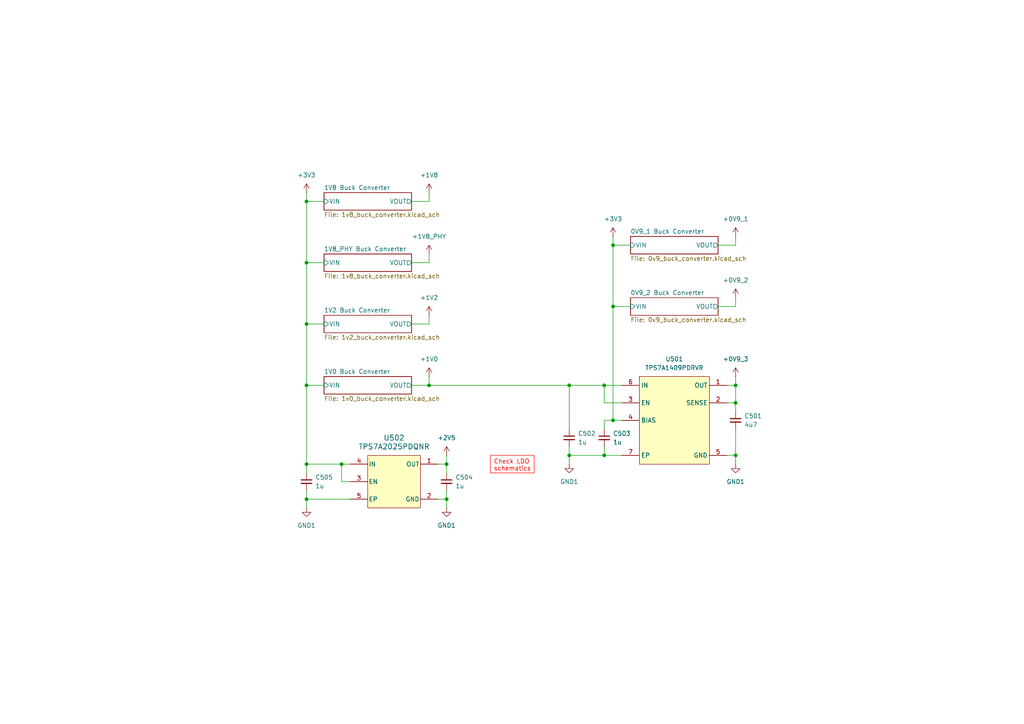
<source format=kicad_sch>
(kicad_sch
	(version 20250114)
	(generator "eeschema")
	(generator_version "9.0")
	(uuid "227f78bc-5afc-4ed8-bff8-b72c955af498")
	(paper "A4")
	(title_block
		(title "Ethernet Power (PHY Side)")
		(comment 4 "1V8 and 1V2 SMPS for ethernet switch and PHYs.")
	)
	(lib_symbols
		(symbol "Device:C_Small"
			(pin_numbers
				(hide yes)
			)
			(pin_names
				(offset 0.254)
				(hide yes)
			)
			(exclude_from_sim no)
			(in_bom yes)
			(on_board yes)
			(property "Reference" "C"
				(at 0.254 1.778 0)
				(effects
					(font
						(size 1.27 1.27)
					)
					(justify left)
				)
			)
			(property "Value" "C_Small"
				(at 0.254 -2.032 0)
				(effects
					(font
						(size 1.27 1.27)
					)
					(justify left)
				)
			)
			(property "Footprint" ""
				(at 0 0 0)
				(effects
					(font
						(size 1.27 1.27)
					)
					(hide yes)
				)
			)
			(property "Datasheet" "~"
				(at 0 0 0)
				(effects
					(font
						(size 1.27 1.27)
					)
					(hide yes)
				)
			)
			(property "Description" "Unpolarized capacitor, small symbol"
				(at 0 0 0)
				(effects
					(font
						(size 1.27 1.27)
					)
					(hide yes)
				)
			)
			(property "ki_keywords" "capacitor cap"
				(at 0 0 0)
				(effects
					(font
						(size 1.27 1.27)
					)
					(hide yes)
				)
			)
			(property "ki_fp_filters" "C_*"
				(at 0 0 0)
				(effects
					(font
						(size 1.27 1.27)
					)
					(hide yes)
				)
			)
			(symbol "C_Small_0_1"
				(polyline
					(pts
						(xy -1.524 0.508) (xy 1.524 0.508)
					)
					(stroke
						(width 0.3048)
						(type default)
					)
					(fill
						(type none)
					)
				)
				(polyline
					(pts
						(xy -1.524 -0.508) (xy 1.524 -0.508)
					)
					(stroke
						(width 0.3302)
						(type default)
					)
					(fill
						(type none)
					)
				)
			)
			(symbol "C_Small_1_1"
				(pin passive line
					(at 0 2.54 270)
					(length 2.032)
					(name "~"
						(effects
							(font
								(size 1.27 1.27)
							)
						)
					)
					(number "1"
						(effects
							(font
								(size 1.27 1.27)
							)
						)
					)
				)
				(pin passive line
					(at 0 -2.54 90)
					(length 2.032)
					(name "~"
						(effects
							(font
								(size 1.27 1.27)
							)
						)
					)
					(number "2"
						(effects
							(font
								(size 1.27 1.27)
							)
						)
					)
				)
			)
			(embedded_fonts no)
		)
		(symbol "PWR-LDO:TPS7A1409PDRVR"
			(exclude_from_sim no)
			(in_bom yes)
			(on_board yes)
			(property "Reference" "U"
				(at 0 5.08 0)
				(effects
					(font
						(size 1.27 1.27)
					)
				)
			)
			(property "Value" "TPS7A1409PDRVR"
				(at 0 2.54 0)
				(effects
					(font
						(size 1.27 1.27)
					)
				)
			)
			(property "Footprint" "project_footprints:SON65P200X200X80-7N"
				(at 26.67 -94.92 0)
				(effects
					(font
						(size 1.27 1.27)
					)
					(justify left top)
					(hide yes)
				)
			)
			(property "Datasheet" "https://www.ti.com/lit/ds/symlink/tps7a14.pdf"
				(at 26.67 -194.92 0)
				(effects
					(font
						(size 1.27 1.27)
					)
					(justify left top)
					(hide yes)
				)
			)
			(property "Description" ""
				(at 0 -27.94 0)
				(effects
					(font
						(size 1.27 1.27)
					)
					(hide yes)
				)
			)
			(property "Height" "0.8"
				(at 26.67 -394.92 0)
				(effects
					(font
						(size 1.27 1.27)
					)
					(justify left top)
					(hide yes)
				)
			)
			(symbol "TPS7A1409PDRVR_1_0"
				(pin input line
					(at 15.24 -7.62 180)
					(length 5.08)
					(name "SENSE"
						(effects
							(font
								(size 1.27 1.27)
							)
						)
					)
					(number "2"
						(effects
							(font
								(size 1.27 1.27)
							)
						)
					)
				)
			)
			(symbol "TPS7A1409PDRVR_1_1"
				(rectangle
					(start -10.16 0)
					(end 10.16 -25.4)
					(stroke
						(width 0)
						(type solid)
					)
					(fill
						(type background)
					)
				)
				(pin power_in line
					(at -15.24 -2.54 0)
					(length 5.08)
					(name "IN"
						(effects
							(font
								(size 1.27 1.27)
							)
						)
					)
					(number "6"
						(effects
							(font
								(size 1.27 1.27)
							)
						)
					)
				)
				(pin input line
					(at -15.24 -7.62 0)
					(length 5.08)
					(name "EN"
						(effects
							(font
								(size 1.27 1.27)
							)
						)
					)
					(number "3"
						(effects
							(font
								(size 1.27 1.27)
							)
						)
					)
				)
				(pin passive line
					(at -15.24 -12.7 0)
					(length 5.08)
					(name "BIAS"
						(effects
							(font
								(size 1.27 1.27)
							)
						)
					)
					(number "4"
						(effects
							(font
								(size 1.27 1.27)
							)
						)
					)
				)
				(pin passive line
					(at -15.24 -22.86 0)
					(length 5.08)
					(name "EP"
						(effects
							(font
								(size 1.27 1.27)
							)
						)
					)
					(number "7"
						(effects
							(font
								(size 1.27 1.27)
							)
						)
					)
				)
				(pin power_out line
					(at 15.24 -2.54 180)
					(length 5.08)
					(name "OUT"
						(effects
							(font
								(size 1.27 1.27)
							)
						)
					)
					(number "1"
						(effects
							(font
								(size 1.27 1.27)
							)
						)
					)
				)
				(pin passive line
					(at 15.24 -22.86 180)
					(length 5.08)
					(name "GND"
						(effects
							(font
								(size 1.27 1.27)
							)
						)
					)
					(number "5"
						(effects
							(font
								(size 1.27 1.27)
							)
						)
					)
				)
			)
			(embedded_fonts no)
		)
		(symbol "PWR-LDO:TPS7A2025PDQNR"
			(pin_names
				(offset 0.254)
			)
			(exclude_from_sim no)
			(in_bom yes)
			(on_board yes)
			(property "Reference" "U"
				(at 0 5.08 0)
				(effects
					(font
						(size 1.524 1.524)
					)
				)
			)
			(property "Value" "TPS7A2025PDQNR"
				(at 0 2.54 0)
				(effects
					(font
						(size 1.524 1.524)
					)
				)
			)
			(property "Footprint" "project_footprints:DQN0004A-MFG"
				(at 0 -17.78 0)
				(effects
					(font
						(size 1.27 1.27)
						(italic yes)
					)
					(hide yes)
				)
			)
			(property "Datasheet" "https://www.ti.com/lit/gpn/tps7a20"
				(at 0 -20.32 0)
				(effects
					(font
						(size 1.27 1.27)
						(italic yes)
					)
					(hide yes)
				)
			)
			(property "Description" ""
				(at 0 0 0)
				(effects
					(font
						(size 1.27 1.27)
					)
					(hide yes)
				)
			)
			(property "ki_keywords" "TPS7A2025PDQNR"
				(at 0 0 0)
				(effects
					(font
						(size 1.27 1.27)
					)
					(hide yes)
				)
			)
			(property "ki_fp_filters" "DQN0004A-MFG"
				(at 0 0 0)
				(effects
					(font
						(size 1.27 1.27)
					)
					(hide yes)
				)
			)
			(symbol "TPS7A2025PDQNR_0_1"
				(pin power_in line
					(at -12.7 -2.54 0)
					(length 5.08)
					(name "IN"
						(effects
							(font
								(size 1.27 1.27)
							)
						)
					)
					(number "4"
						(effects
							(font
								(size 1.27 1.27)
							)
						)
					)
				)
				(pin input line
					(at -12.7 -7.62 0)
					(length 5.08)
					(name "EN"
						(effects
							(font
								(size 1.27 1.27)
							)
						)
					)
					(number "3"
						(effects
							(font
								(size 1.27 1.27)
							)
						)
					)
				)
				(pin power_in line
					(at 12.7 -12.7 180)
					(length 5.08)
					(name "GND"
						(effects
							(font
								(size 1.27 1.27)
							)
						)
					)
					(number "2"
						(effects
							(font
								(size 1.27 1.27)
							)
						)
					)
				)
			)
			(symbol "TPS7A2025PDQNR_1_1"
				(rectangle
					(start -7.62 0)
					(end 7.62 -15.24)
					(stroke
						(width 0)
						(type solid)
					)
					(fill
						(type background)
					)
				)
				(pin unspecified line
					(at -12.7 -12.7 0)
					(length 5.08)
					(name "EP"
						(effects
							(font
								(size 1.27 1.27)
							)
						)
					)
					(number "5"
						(effects
							(font
								(size 1.27 1.27)
							)
						)
					)
				)
				(pin power_out line
					(at 12.7 -2.54 180)
					(length 5.08)
					(name "OUT"
						(effects
							(font
								(size 1.27 1.27)
							)
						)
					)
					(number "1"
						(effects
							(font
								(size 1.27 1.27)
							)
						)
					)
				)
			)
			(embedded_fonts no)
		)
		(symbol "PWR-SYM:+0V9_1"
			(power)
			(pin_numbers
				(hide yes)
			)
			(pin_names
				(offset 0)
				(hide yes)
			)
			(exclude_from_sim no)
			(in_bom yes)
			(on_board yes)
			(property "Reference" "#PWR"
				(at 0 -3.81 0)
				(effects
					(font
						(size 1.27 1.27)
					)
					(hide yes)
				)
			)
			(property "Value" "+0V9_1"
				(at 0 3.556 0)
				(effects
					(font
						(size 1.27 1.27)
					)
				)
			)
			(property "Footprint" ""
				(at 0 0 0)
				(effects
					(font
						(size 1.27 1.27)
					)
					(hide yes)
				)
			)
			(property "Datasheet" ""
				(at 0 0 0)
				(effects
					(font
						(size 1.27 1.27)
					)
					(hide yes)
				)
			)
			(property "Description" "Power symbol creates a global label with name \"+0V9_1\""
				(at 0 0 0)
				(effects
					(font
						(size 1.27 1.27)
					)
					(hide yes)
				)
			)
			(property "ki_keywords" "global power"
				(at 0 0 0)
				(effects
					(font
						(size 1.27 1.27)
					)
					(hide yes)
				)
			)
			(symbol "+0V9_1_0_1"
				(polyline
					(pts
						(xy -0.762 1.27) (xy 0 2.54)
					)
					(stroke
						(width 0)
						(type default)
					)
					(fill
						(type none)
					)
				)
				(polyline
					(pts
						(xy 0 2.54) (xy 0.762 1.27)
					)
					(stroke
						(width 0)
						(type default)
					)
					(fill
						(type none)
					)
				)
				(polyline
					(pts
						(xy 0 0) (xy 0 2.54)
					)
					(stroke
						(width 0)
						(type default)
					)
					(fill
						(type none)
					)
				)
			)
			(symbol "+0V9_1_1_1"
				(pin power_in line
					(at 0 0 90)
					(length 0)
					(name "~"
						(effects
							(font
								(size 1.27 1.27)
							)
						)
					)
					(number "1"
						(effects
							(font
								(size 1.27 1.27)
							)
						)
					)
				)
			)
			(embedded_fonts no)
		)
		(symbol "PWR-SYM:+0V9_2"
			(power)
			(pin_numbers
				(hide yes)
			)
			(pin_names
				(offset 0)
				(hide yes)
			)
			(exclude_from_sim no)
			(in_bom yes)
			(on_board yes)
			(property "Reference" "#PWR"
				(at 0 -3.81 0)
				(effects
					(font
						(size 1.27 1.27)
					)
					(hide yes)
				)
			)
			(property "Value" "+0V9_2"
				(at 0 3.556 0)
				(effects
					(font
						(size 1.27 1.27)
					)
				)
			)
			(property "Footprint" ""
				(at 0 0 0)
				(effects
					(font
						(size 1.27 1.27)
					)
					(hide yes)
				)
			)
			(property "Datasheet" ""
				(at 0 0 0)
				(effects
					(font
						(size 1.27 1.27)
					)
					(hide yes)
				)
			)
			(property "Description" "Power symbol creates a global label with name \"+0V9_2\""
				(at 0 0 0)
				(effects
					(font
						(size 1.27 1.27)
					)
					(hide yes)
				)
			)
			(property "ki_keywords" "global power"
				(at 0 0 0)
				(effects
					(font
						(size 1.27 1.27)
					)
					(hide yes)
				)
			)
			(symbol "+0V9_2_0_1"
				(polyline
					(pts
						(xy -0.762 1.27) (xy 0 2.54)
					)
					(stroke
						(width 0)
						(type default)
					)
					(fill
						(type none)
					)
				)
				(polyline
					(pts
						(xy 0 2.54) (xy 0.762 1.27)
					)
					(stroke
						(width 0)
						(type default)
					)
					(fill
						(type none)
					)
				)
				(polyline
					(pts
						(xy 0 0) (xy 0 2.54)
					)
					(stroke
						(width 0)
						(type default)
					)
					(fill
						(type none)
					)
				)
			)
			(symbol "+0V9_2_1_1"
				(pin power_in line
					(at 0 0 90)
					(length 0)
					(name "~"
						(effects
							(font
								(size 1.27 1.27)
							)
						)
					)
					(number "1"
						(effects
							(font
								(size 1.27 1.27)
							)
						)
					)
				)
			)
			(embedded_fonts no)
		)
		(symbol "PWR-SYM:+0V9_3"
			(power)
			(pin_numbers
				(hide yes)
			)
			(pin_names
				(offset 0)
				(hide yes)
			)
			(exclude_from_sim no)
			(in_bom yes)
			(on_board yes)
			(property "Reference" "#PWR"
				(at 0 -3.81 0)
				(effects
					(font
						(size 1.27 1.27)
					)
					(hide yes)
				)
			)
			(property "Value" "+0V9_3"
				(at 0 3.556 0)
				(effects
					(font
						(size 1.27 1.27)
					)
				)
			)
			(property "Footprint" ""
				(at 0 0 0)
				(effects
					(font
						(size 1.27 1.27)
					)
					(hide yes)
				)
			)
			(property "Datasheet" ""
				(at 0 0 0)
				(effects
					(font
						(size 1.27 1.27)
					)
					(hide yes)
				)
			)
			(property "Description" "Power symbol creates a global label with name \"+0V9_3\""
				(at 0 0 0)
				(effects
					(font
						(size 1.27 1.27)
					)
					(hide yes)
				)
			)
			(property "ki_keywords" "global power"
				(at 0 0 0)
				(effects
					(font
						(size 1.27 1.27)
					)
					(hide yes)
				)
			)
			(symbol "+0V9_3_0_1"
				(polyline
					(pts
						(xy -0.762 1.27) (xy 0 2.54)
					)
					(stroke
						(width 0)
						(type default)
					)
					(fill
						(type none)
					)
				)
				(polyline
					(pts
						(xy 0 2.54) (xy 0.762 1.27)
					)
					(stroke
						(width 0)
						(type default)
					)
					(fill
						(type none)
					)
				)
				(polyline
					(pts
						(xy 0 0) (xy 0 2.54)
					)
					(stroke
						(width 0)
						(type default)
					)
					(fill
						(type none)
					)
				)
			)
			(symbol "+0V9_3_1_1"
				(pin power_in line
					(at 0 0 90)
					(length 0)
					(name "~"
						(effects
							(font
								(size 1.27 1.27)
							)
						)
					)
					(number "1"
						(effects
							(font
								(size 1.27 1.27)
							)
						)
					)
				)
			)
			(embedded_fonts no)
		)
		(symbol "PWR-SYM:+1V8_PHY"
			(power)
			(pin_numbers
				(hide yes)
			)
			(pin_names
				(offset 0)
				(hide yes)
			)
			(exclude_from_sim no)
			(in_bom yes)
			(on_board yes)
			(property "Reference" "#PWR"
				(at 0 -3.81 0)
				(effects
					(font
						(size 1.27 1.27)
					)
					(hide yes)
				)
			)
			(property "Value" "+1V8_PHY"
				(at 0 3.556 0)
				(effects
					(font
						(size 1.27 1.27)
					)
				)
			)
			(property "Footprint" ""
				(at 0 0 0)
				(effects
					(font
						(size 1.27 1.27)
					)
					(hide yes)
				)
			)
			(property "Datasheet" ""
				(at 0 0 0)
				(effects
					(font
						(size 1.27 1.27)
					)
					(hide yes)
				)
			)
			(property "Description" "Power symbol creates a global label with name \"+1V8_PHY\""
				(at 0 0 0)
				(effects
					(font
						(size 1.27 1.27)
					)
					(hide yes)
				)
			)
			(property "ki_keywords" "global power"
				(at 0 0 0)
				(effects
					(font
						(size 1.27 1.27)
					)
					(hide yes)
				)
			)
			(symbol "+1V8_PHY_0_1"
				(polyline
					(pts
						(xy -0.762 1.27) (xy 0 2.54)
					)
					(stroke
						(width 0)
						(type default)
					)
					(fill
						(type none)
					)
				)
				(polyline
					(pts
						(xy 0 2.54) (xy 0.762 1.27)
					)
					(stroke
						(width 0)
						(type default)
					)
					(fill
						(type none)
					)
				)
				(polyline
					(pts
						(xy 0 0) (xy 0 2.54)
					)
					(stroke
						(width 0)
						(type default)
					)
					(fill
						(type none)
					)
				)
			)
			(symbol "+1V8_PHY_1_1"
				(pin power_in line
					(at 0 0 90)
					(length 0)
					(name "~"
						(effects
							(font
								(size 1.27 1.27)
							)
						)
					)
					(number "1"
						(effects
							(font
								(size 1.27 1.27)
							)
						)
					)
				)
			)
			(embedded_fonts no)
		)
		(symbol "power:+1V0"
			(power)
			(pin_numbers
				(hide yes)
			)
			(pin_names
				(offset 0)
				(hide yes)
			)
			(exclude_from_sim no)
			(in_bom yes)
			(on_board yes)
			(property "Reference" "#PWR"
				(at 0 -3.81 0)
				(effects
					(font
						(size 1.27 1.27)
					)
					(hide yes)
				)
			)
			(property "Value" "+1V0"
				(at 0 3.556 0)
				(effects
					(font
						(size 1.27 1.27)
					)
				)
			)
			(property "Footprint" ""
				(at 0 0 0)
				(effects
					(font
						(size 1.27 1.27)
					)
					(hide yes)
				)
			)
			(property "Datasheet" ""
				(at 0 0 0)
				(effects
					(font
						(size 1.27 1.27)
					)
					(hide yes)
				)
			)
			(property "Description" "Power symbol creates a global label with name \"+1V0\""
				(at 0 0 0)
				(effects
					(font
						(size 1.27 1.27)
					)
					(hide yes)
				)
			)
			(property "ki_keywords" "global power"
				(at 0 0 0)
				(effects
					(font
						(size 1.27 1.27)
					)
					(hide yes)
				)
			)
			(symbol "+1V0_0_1"
				(polyline
					(pts
						(xy -0.762 1.27) (xy 0 2.54)
					)
					(stroke
						(width 0)
						(type default)
					)
					(fill
						(type none)
					)
				)
				(polyline
					(pts
						(xy 0 2.54) (xy 0.762 1.27)
					)
					(stroke
						(width 0)
						(type default)
					)
					(fill
						(type none)
					)
				)
				(polyline
					(pts
						(xy 0 0) (xy 0 2.54)
					)
					(stroke
						(width 0)
						(type default)
					)
					(fill
						(type none)
					)
				)
			)
			(symbol "+1V0_1_1"
				(pin power_in line
					(at 0 0 90)
					(length 0)
					(name "~"
						(effects
							(font
								(size 1.27 1.27)
							)
						)
					)
					(number "1"
						(effects
							(font
								(size 1.27 1.27)
							)
						)
					)
				)
			)
			(embedded_fonts no)
		)
		(symbol "power:+1V2"
			(power)
			(pin_numbers
				(hide yes)
			)
			(pin_names
				(offset 0)
				(hide yes)
			)
			(exclude_from_sim no)
			(in_bom yes)
			(on_board yes)
			(property "Reference" "#PWR"
				(at 0 -3.81 0)
				(effects
					(font
						(size 1.27 1.27)
					)
					(hide yes)
				)
			)
			(property "Value" "+1V2"
				(at 0 3.556 0)
				(effects
					(font
						(size 1.27 1.27)
					)
				)
			)
			(property "Footprint" ""
				(at 0 0 0)
				(effects
					(font
						(size 1.27 1.27)
					)
					(hide yes)
				)
			)
			(property "Datasheet" ""
				(at 0 0 0)
				(effects
					(font
						(size 1.27 1.27)
					)
					(hide yes)
				)
			)
			(property "Description" "Power symbol creates a global label with name \"+1V2\""
				(at 0 0 0)
				(effects
					(font
						(size 1.27 1.27)
					)
					(hide yes)
				)
			)
			(property "ki_keywords" "global power"
				(at 0 0 0)
				(effects
					(font
						(size 1.27 1.27)
					)
					(hide yes)
				)
			)
			(symbol "+1V2_0_1"
				(polyline
					(pts
						(xy -0.762 1.27) (xy 0 2.54)
					)
					(stroke
						(width 0)
						(type default)
					)
					(fill
						(type none)
					)
				)
				(polyline
					(pts
						(xy 0 2.54) (xy 0.762 1.27)
					)
					(stroke
						(width 0)
						(type default)
					)
					(fill
						(type none)
					)
				)
				(polyline
					(pts
						(xy 0 0) (xy 0 2.54)
					)
					(stroke
						(width 0)
						(type default)
					)
					(fill
						(type none)
					)
				)
			)
			(symbol "+1V2_1_1"
				(pin power_in line
					(at 0 0 90)
					(length 0)
					(name "~"
						(effects
							(font
								(size 1.27 1.27)
							)
						)
					)
					(number "1"
						(effects
							(font
								(size 1.27 1.27)
							)
						)
					)
				)
			)
			(embedded_fonts no)
		)
		(symbol "power:+1V8"
			(power)
			(pin_numbers
				(hide yes)
			)
			(pin_names
				(offset 0)
				(hide yes)
			)
			(exclude_from_sim no)
			(in_bom yes)
			(on_board yes)
			(property "Reference" "#PWR"
				(at 0 -3.81 0)
				(effects
					(font
						(size 1.27 1.27)
					)
					(hide yes)
				)
			)
			(property "Value" "+1V8"
				(at 0 3.556 0)
				(effects
					(font
						(size 1.27 1.27)
					)
				)
			)
			(property "Footprint" ""
				(at 0 0 0)
				(effects
					(font
						(size 1.27 1.27)
					)
					(hide yes)
				)
			)
			(property "Datasheet" ""
				(at 0 0 0)
				(effects
					(font
						(size 1.27 1.27)
					)
					(hide yes)
				)
			)
			(property "Description" "Power symbol creates a global label with name \"+1V8\""
				(at 0 0 0)
				(effects
					(font
						(size 1.27 1.27)
					)
					(hide yes)
				)
			)
			(property "ki_keywords" "global power"
				(at 0 0 0)
				(effects
					(font
						(size 1.27 1.27)
					)
					(hide yes)
				)
			)
			(symbol "+1V8_0_1"
				(polyline
					(pts
						(xy -0.762 1.27) (xy 0 2.54)
					)
					(stroke
						(width 0)
						(type default)
					)
					(fill
						(type none)
					)
				)
				(polyline
					(pts
						(xy 0 2.54) (xy 0.762 1.27)
					)
					(stroke
						(width 0)
						(type default)
					)
					(fill
						(type none)
					)
				)
				(polyline
					(pts
						(xy 0 0) (xy 0 2.54)
					)
					(stroke
						(width 0)
						(type default)
					)
					(fill
						(type none)
					)
				)
			)
			(symbol "+1V8_1_1"
				(pin power_in line
					(at 0 0 90)
					(length 0)
					(name "~"
						(effects
							(font
								(size 1.27 1.27)
							)
						)
					)
					(number "1"
						(effects
							(font
								(size 1.27 1.27)
							)
						)
					)
				)
			)
			(embedded_fonts no)
		)
		(symbol "power:+2V5"
			(power)
			(pin_numbers
				(hide yes)
			)
			(pin_names
				(offset 0)
				(hide yes)
			)
			(exclude_from_sim no)
			(in_bom yes)
			(on_board yes)
			(property "Reference" "#PWR"
				(at 0 -3.81 0)
				(effects
					(font
						(size 1.27 1.27)
					)
					(hide yes)
				)
			)
			(property "Value" "+2V5"
				(at 0 3.556 0)
				(effects
					(font
						(size 1.27 1.27)
					)
				)
			)
			(property "Footprint" ""
				(at 0 0 0)
				(effects
					(font
						(size 1.27 1.27)
					)
					(hide yes)
				)
			)
			(property "Datasheet" ""
				(at 0 0 0)
				(effects
					(font
						(size 1.27 1.27)
					)
					(hide yes)
				)
			)
			(property "Description" "Power symbol creates a global label with name \"+2V5\""
				(at 0 0 0)
				(effects
					(font
						(size 1.27 1.27)
					)
					(hide yes)
				)
			)
			(property "ki_keywords" "global power"
				(at 0 0 0)
				(effects
					(font
						(size 1.27 1.27)
					)
					(hide yes)
				)
			)
			(symbol "+2V5_0_1"
				(polyline
					(pts
						(xy -0.762 1.27) (xy 0 2.54)
					)
					(stroke
						(width 0)
						(type default)
					)
					(fill
						(type none)
					)
				)
				(polyline
					(pts
						(xy 0 2.54) (xy 0.762 1.27)
					)
					(stroke
						(width 0)
						(type default)
					)
					(fill
						(type none)
					)
				)
				(polyline
					(pts
						(xy 0 0) (xy 0 2.54)
					)
					(stroke
						(width 0)
						(type default)
					)
					(fill
						(type none)
					)
				)
			)
			(symbol "+2V5_1_1"
				(pin power_in line
					(at 0 0 90)
					(length 0)
					(name "~"
						(effects
							(font
								(size 1.27 1.27)
							)
						)
					)
					(number "1"
						(effects
							(font
								(size 1.27 1.27)
							)
						)
					)
				)
			)
			(embedded_fonts no)
		)
		(symbol "power:+3V3"
			(power)
			(pin_numbers
				(hide yes)
			)
			(pin_names
				(offset 0)
				(hide yes)
			)
			(exclude_from_sim no)
			(in_bom yes)
			(on_board yes)
			(property "Reference" "#PWR"
				(at 0 -3.81 0)
				(effects
					(font
						(size 1.27 1.27)
					)
					(hide yes)
				)
			)
			(property "Value" "+3V3"
				(at 0 3.556 0)
				(effects
					(font
						(size 1.27 1.27)
					)
				)
			)
			(property "Footprint" ""
				(at 0 0 0)
				(effects
					(font
						(size 1.27 1.27)
					)
					(hide yes)
				)
			)
			(property "Datasheet" ""
				(at 0 0 0)
				(effects
					(font
						(size 1.27 1.27)
					)
					(hide yes)
				)
			)
			(property "Description" "Power symbol creates a global label with name \"+3V3\""
				(at 0 0 0)
				(effects
					(font
						(size 1.27 1.27)
					)
					(hide yes)
				)
			)
			(property "ki_keywords" "global power"
				(at 0 0 0)
				(effects
					(font
						(size 1.27 1.27)
					)
					(hide yes)
				)
			)
			(symbol "+3V3_0_1"
				(polyline
					(pts
						(xy -0.762 1.27) (xy 0 2.54)
					)
					(stroke
						(width 0)
						(type default)
					)
					(fill
						(type none)
					)
				)
				(polyline
					(pts
						(xy 0 2.54) (xy 0.762 1.27)
					)
					(stroke
						(width 0)
						(type default)
					)
					(fill
						(type none)
					)
				)
				(polyline
					(pts
						(xy 0 0) (xy 0 2.54)
					)
					(stroke
						(width 0)
						(type default)
					)
					(fill
						(type none)
					)
				)
			)
			(symbol "+3V3_1_1"
				(pin power_in line
					(at 0 0 90)
					(length 0)
					(name "~"
						(effects
							(font
								(size 1.27 1.27)
							)
						)
					)
					(number "1"
						(effects
							(font
								(size 1.27 1.27)
							)
						)
					)
				)
			)
			(embedded_fonts no)
		)
		(symbol "power:GND1"
			(power)
			(pin_numbers
				(hide yes)
			)
			(pin_names
				(offset 0)
				(hide yes)
			)
			(exclude_from_sim no)
			(in_bom yes)
			(on_board yes)
			(property "Reference" "#PWR"
				(at 0 -6.35 0)
				(effects
					(font
						(size 1.27 1.27)
					)
					(hide yes)
				)
			)
			(property "Value" "GND1"
				(at 0 -3.81 0)
				(effects
					(font
						(size 1.27 1.27)
					)
				)
			)
			(property "Footprint" ""
				(at 0 0 0)
				(effects
					(font
						(size 1.27 1.27)
					)
					(hide yes)
				)
			)
			(property "Datasheet" ""
				(at 0 0 0)
				(effects
					(font
						(size 1.27 1.27)
					)
					(hide yes)
				)
			)
			(property "Description" "Power symbol creates a global label with name \"GND1\" , ground"
				(at 0 0 0)
				(effects
					(font
						(size 1.27 1.27)
					)
					(hide yes)
				)
			)
			(property "ki_keywords" "global power"
				(at 0 0 0)
				(effects
					(font
						(size 1.27 1.27)
					)
					(hide yes)
				)
			)
			(symbol "GND1_0_1"
				(polyline
					(pts
						(xy 0 0) (xy 0 -1.27) (xy 1.27 -1.27) (xy 0 -2.54) (xy -1.27 -1.27) (xy 0 -1.27)
					)
					(stroke
						(width 0)
						(type default)
					)
					(fill
						(type none)
					)
				)
			)
			(symbol "GND1_1_1"
				(pin power_in line
					(at 0 0 270)
					(length 0)
					(name "~"
						(effects
							(font
								(size 1.27 1.27)
							)
						)
					)
					(number "1"
						(effects
							(font
								(size 1.27 1.27)
							)
						)
					)
				)
			)
			(embedded_fonts no)
		)
	)
	(text_box "Check LDO schematics"
		(exclude_from_sim no)
		(at 142.24 132.08 0)
		(size 12.7 5.08)
		(margins 0.9525 0.9525 0.9525 0.9525)
		(stroke
			(width 0)
			(type solid)
			(color 255 0 0 1)
		)
		(fill
			(type none)
		)
		(effects
			(font
				(size 1.27 1.27)
				(color 255 0 0 1)
			)
			(justify left top)
		)
		(uuid "871d842e-2b06-41ac-95cf-7379af612bc6")
	)
	(junction
		(at 175.26 132.08)
		(diameter 0)
		(color 0 0 0 0)
		(uuid "05ba18e2-67a2-4b5b-a1b3-65b7df51c706")
	)
	(junction
		(at 88.9 76.2)
		(diameter 0)
		(color 0 0 0 0)
		(uuid "06232d14-7532-421a-9182-1483e7362aa9")
	)
	(junction
		(at 88.9 134.62)
		(diameter 0)
		(color 0 0 0 0)
		(uuid "0b5f3f4e-ef62-4bfe-a523-831f61bfb340")
	)
	(junction
		(at 213.36 116.84)
		(diameter 0)
		(color 0 0 0 0)
		(uuid "1a90b761-ee44-4adb-bc7e-7a61d1b15f61")
	)
	(junction
		(at 88.9 144.78)
		(diameter 0)
		(color 0 0 0 0)
		(uuid "23603cb3-67ed-4bd0-9043-ad494234de58")
	)
	(junction
		(at 213.36 111.76)
		(diameter 0)
		(color 0 0 0 0)
		(uuid "2a67a4d8-b1d0-4ecf-ba7b-97ab8953e11d")
	)
	(junction
		(at 165.1 132.08)
		(diameter 0)
		(color 0 0 0 0)
		(uuid "2ce4f67d-3d3c-43ef-ba48-fcf9e8265b9b")
	)
	(junction
		(at 88.9 111.76)
		(diameter 0)
		(color 0 0 0 0)
		(uuid "59e1151a-b543-4aa7-943e-e81f66e9a8b7")
	)
	(junction
		(at 124.46 111.76)
		(diameter 0)
		(color 0 0 0 0)
		(uuid "5c138f04-14ed-4f26-bd9b-04fb16ccad20")
	)
	(junction
		(at 213.36 132.08)
		(diameter 0)
		(color 0 0 0 0)
		(uuid "661cf6f3-78ce-4572-9eb1-61d2eee8e75b")
	)
	(junction
		(at 88.9 58.42)
		(diameter 0)
		(color 0 0 0 0)
		(uuid "7ee0a0ae-3ce7-429d-a7ac-968e922c3999")
	)
	(junction
		(at 99.06 134.62)
		(diameter 0)
		(color 0 0 0 0)
		(uuid "8df76311-ef1a-4c1e-995e-7b6a56597134")
	)
	(junction
		(at 177.8 88.9)
		(diameter 0)
		(color 0 0 0 0)
		(uuid "947bf26b-9e20-486b-8704-b3b35f7df273")
	)
	(junction
		(at 177.8 121.92)
		(diameter 0)
		(color 0 0 0 0)
		(uuid "b8d9e48b-0227-4687-92a9-15b96763c378")
	)
	(junction
		(at 177.8 71.12)
		(diameter 0)
		(color 0 0 0 0)
		(uuid "ca2d9b0f-4569-4541-9f14-6ab04154a276")
	)
	(junction
		(at 165.1 111.76)
		(diameter 0)
		(color 0 0 0 0)
		(uuid "e593c6e5-9f5d-4880-8c7e-1f0ec134e176")
	)
	(junction
		(at 88.9 93.98)
		(diameter 0)
		(color 0 0 0 0)
		(uuid "ebfd987e-0f6e-44af-a1a2-968aed250cf9")
	)
	(junction
		(at 129.54 144.78)
		(diameter 0)
		(color 0 0 0 0)
		(uuid "f51fda18-eb2d-4905-bf18-3e0e26bc7502")
	)
	(junction
		(at 129.54 134.62)
		(diameter 0)
		(color 0 0 0 0)
		(uuid "fbfe104c-9ffe-4a68-8095-919b14b780e7")
	)
	(junction
		(at 175.26 111.76)
		(diameter 0)
		(color 0 0 0 0)
		(uuid "ffa907e9-2e65-42a7-9067-03b0444d5b3f")
	)
	(wire
		(pts
			(xy 99.06 139.7) (xy 99.06 134.62)
		)
		(stroke
			(width 0)
			(type default)
		)
		(uuid "07816a1c-e292-4e59-82ea-b58ab2be0fdb")
	)
	(wire
		(pts
			(xy 119.38 93.98) (xy 124.46 93.98)
		)
		(stroke
			(width 0)
			(type default)
		)
		(uuid "08977406-fe81-44c2-8fb8-ca4d4b52d333")
	)
	(wire
		(pts
			(xy 210.82 111.76) (xy 213.36 111.76)
		)
		(stroke
			(width 0)
			(type default)
		)
		(uuid "0ae92e28-c61b-4677-b6fb-05cb3e853be5")
	)
	(wire
		(pts
			(xy 124.46 111.76) (xy 165.1 111.76)
		)
		(stroke
			(width 0)
			(type default)
		)
		(uuid "0c83980e-546d-4107-9a49-57554110339c")
	)
	(wire
		(pts
			(xy 213.36 116.84) (xy 213.36 119.38)
		)
		(stroke
			(width 0)
			(type default)
		)
		(uuid "121ed3f3-622a-4481-a113-bf7483092ff7")
	)
	(wire
		(pts
			(xy 213.36 111.76) (xy 213.36 116.84)
		)
		(stroke
			(width 0)
			(type default)
		)
		(uuid "16cb3a34-9d20-4567-be9d-1c10e28f3449")
	)
	(wire
		(pts
			(xy 88.9 144.78) (xy 88.9 142.24)
		)
		(stroke
			(width 0)
			(type default)
		)
		(uuid "180c471d-9f77-44ab-923b-fb37f600550b")
	)
	(wire
		(pts
			(xy 213.36 68.58) (xy 213.36 71.12)
		)
		(stroke
			(width 0)
			(type default)
		)
		(uuid "2083ff2a-15e4-429c-b2bc-8ad149ebde7e")
	)
	(wire
		(pts
			(xy 177.8 71.12) (xy 177.8 88.9)
		)
		(stroke
			(width 0)
			(type default)
		)
		(uuid "2833bbea-30be-4247-b84c-3dd608898b84")
	)
	(wire
		(pts
			(xy 210.82 132.08) (xy 213.36 132.08)
		)
		(stroke
			(width 0)
			(type default)
		)
		(uuid "2c633d61-462a-4c8c-839c-06b34e4ffce6")
	)
	(wire
		(pts
			(xy 119.38 58.42) (xy 124.46 58.42)
		)
		(stroke
			(width 0)
			(type default)
		)
		(uuid "2e90c401-668f-4a33-96b3-bb447dad6c9f")
	)
	(wire
		(pts
			(xy 180.34 116.84) (xy 175.26 116.84)
		)
		(stroke
			(width 0)
			(type default)
		)
		(uuid "3829f3c7-9b72-40cc-8dcf-a02bc9471ac5")
	)
	(wire
		(pts
			(xy 129.54 142.24) (xy 129.54 144.78)
		)
		(stroke
			(width 0)
			(type default)
		)
		(uuid "3d9898c6-1745-4f40-9d96-6eeccb9a9973")
	)
	(wire
		(pts
			(xy 213.36 134.62) (xy 213.36 132.08)
		)
		(stroke
			(width 0)
			(type default)
		)
		(uuid "4612d8de-fd78-45bb-8b29-0c61d19d985c")
	)
	(wire
		(pts
			(xy 88.9 111.76) (xy 88.9 93.98)
		)
		(stroke
			(width 0)
			(type default)
		)
		(uuid "4e7c5ec8-1f9c-4832-8255-a1f5878e5a66")
	)
	(wire
		(pts
			(xy 93.98 111.76) (xy 88.9 111.76)
		)
		(stroke
			(width 0)
			(type default)
		)
		(uuid "51f63d19-075f-42ef-9019-e77aae4092a4")
	)
	(wire
		(pts
			(xy 175.26 124.46) (xy 175.26 121.92)
		)
		(stroke
			(width 0)
			(type default)
		)
		(uuid "59ec0d9d-0e33-45c1-81bc-49e74cb75f75")
	)
	(wire
		(pts
			(xy 182.88 88.9) (xy 177.8 88.9)
		)
		(stroke
			(width 0)
			(type default)
		)
		(uuid "5e87a8f0-db84-41f4-ae18-02e045163b4c")
	)
	(wire
		(pts
			(xy 124.46 55.88) (xy 124.46 58.42)
		)
		(stroke
			(width 0)
			(type default)
		)
		(uuid "607154b8-6076-4306-87af-de5e5e0eb2ea")
	)
	(wire
		(pts
			(xy 177.8 88.9) (xy 177.8 121.92)
		)
		(stroke
			(width 0)
			(type default)
		)
		(uuid "64ad30f5-e03d-43c6-87f4-370ea80823e5")
	)
	(wire
		(pts
			(xy 88.9 55.88) (xy 88.9 58.42)
		)
		(stroke
			(width 0)
			(type default)
		)
		(uuid "655061bb-d705-4ab9-8fa8-4417da5cd8db")
	)
	(wire
		(pts
			(xy 213.36 109.22) (xy 213.36 111.76)
		)
		(stroke
			(width 0)
			(type default)
		)
		(uuid "6eb45cc1-445c-4a13-a31f-c879991dbc96")
	)
	(wire
		(pts
			(xy 165.1 111.76) (xy 175.26 111.76)
		)
		(stroke
			(width 0)
			(type default)
		)
		(uuid "6f9931dc-0830-4f9b-b34f-1b9d4f56ee22")
	)
	(wire
		(pts
			(xy 88.9 144.78) (xy 88.9 147.32)
		)
		(stroke
			(width 0)
			(type default)
		)
		(uuid "707502a0-0019-416f-99b3-6e9603128e22")
	)
	(wire
		(pts
			(xy 129.54 137.16) (xy 129.54 134.62)
		)
		(stroke
			(width 0)
			(type default)
		)
		(uuid "72676441-4b2d-433b-b885-665b0f4d676a")
	)
	(wire
		(pts
			(xy 208.28 88.9) (xy 213.36 88.9)
		)
		(stroke
			(width 0)
			(type default)
		)
		(uuid "730fb399-db2e-4813-af29-6f09c2ac53f8")
	)
	(wire
		(pts
			(xy 129.54 147.32) (xy 129.54 144.78)
		)
		(stroke
			(width 0)
			(type default)
		)
		(uuid "76b37628-c29a-4745-ad4f-ab4f71541b2e")
	)
	(wire
		(pts
			(xy 99.06 134.62) (xy 101.6 134.62)
		)
		(stroke
			(width 0)
			(type default)
		)
		(uuid "7cefef02-c35e-4a3e-9820-83ffbf8ba091")
	)
	(wire
		(pts
			(xy 165.1 129.54) (xy 165.1 132.08)
		)
		(stroke
			(width 0)
			(type default)
		)
		(uuid "82adc51d-a182-4574-bce4-de1df4f62f42")
	)
	(wire
		(pts
			(xy 88.9 111.76) (xy 88.9 134.62)
		)
		(stroke
			(width 0)
			(type default)
		)
		(uuid "8806ae5c-8770-45e3-bddd-f96c4ee3b019")
	)
	(wire
		(pts
			(xy 175.26 121.92) (xy 177.8 121.92)
		)
		(stroke
			(width 0)
			(type default)
		)
		(uuid "978a5e37-a209-4028-acfa-7ff32fd0937d")
	)
	(wire
		(pts
			(xy 129.54 134.62) (xy 127 134.62)
		)
		(stroke
			(width 0)
			(type default)
		)
		(uuid "a05f8a0b-9b27-42d2-b34a-d64293e94c59")
	)
	(wire
		(pts
			(xy 177.8 71.12) (xy 177.8 68.58)
		)
		(stroke
			(width 0)
			(type default)
		)
		(uuid "a1511d75-c76a-400b-a18f-1596c0aea6e9")
	)
	(wire
		(pts
			(xy 88.9 137.16) (xy 88.9 134.62)
		)
		(stroke
			(width 0)
			(type default)
		)
		(uuid "ad61494a-63f2-4a23-a4dd-80de4b5ca501")
	)
	(wire
		(pts
			(xy 124.46 109.22) (xy 124.46 111.76)
		)
		(stroke
			(width 0)
			(type default)
		)
		(uuid "ada4fca2-bd36-4ded-b1b8-1638077b36d8")
	)
	(wire
		(pts
			(xy 175.26 129.54) (xy 175.26 132.08)
		)
		(stroke
			(width 0)
			(type default)
		)
		(uuid "adec3a2a-2b92-4596-acec-cea1ce57557d")
	)
	(wire
		(pts
			(xy 165.1 134.62) (xy 165.1 132.08)
		)
		(stroke
			(width 0)
			(type default)
		)
		(uuid "b0a2712f-4599-47ad-840f-7a1d2820f3ef")
	)
	(wire
		(pts
			(xy 129.54 132.08) (xy 129.54 134.62)
		)
		(stroke
			(width 0)
			(type default)
		)
		(uuid "b348092b-4a0f-4099-b777-e89b862a0106")
	)
	(wire
		(pts
			(xy 119.38 111.76) (xy 124.46 111.76)
		)
		(stroke
			(width 0)
			(type default)
		)
		(uuid "b52b6745-8736-4f68-a77d-c8ed0f4a06c6")
	)
	(wire
		(pts
			(xy 208.28 71.12) (xy 213.36 71.12)
		)
		(stroke
			(width 0)
			(type default)
		)
		(uuid "b7f6cb8d-c2af-41d3-8a41-ad7247d378c0")
	)
	(wire
		(pts
			(xy 182.88 71.12) (xy 177.8 71.12)
		)
		(stroke
			(width 0)
			(type default)
		)
		(uuid "b9ab927c-e23e-4427-8382-f3f7e39af1f6")
	)
	(wire
		(pts
			(xy 175.26 116.84) (xy 175.26 111.76)
		)
		(stroke
			(width 0)
			(type default)
		)
		(uuid "bd9879eb-0f9c-4e7d-a789-783de5fbc0a5")
	)
	(wire
		(pts
			(xy 101.6 144.78) (xy 88.9 144.78)
		)
		(stroke
			(width 0)
			(type default)
		)
		(uuid "bfd86b0e-7f2a-4ccc-b7a0-f7246c744ce2")
	)
	(wire
		(pts
			(xy 88.9 76.2) (xy 93.98 76.2)
		)
		(stroke
			(width 0)
			(type default)
		)
		(uuid "c382bcbb-57eb-4ad8-b3a3-f21b5d5e77ba")
	)
	(wire
		(pts
			(xy 124.46 73.66) (xy 124.46 76.2)
		)
		(stroke
			(width 0)
			(type default)
		)
		(uuid "c3fb6447-a25d-4ebb-92a4-46153ca5c0ad")
	)
	(wire
		(pts
			(xy 124.46 91.44) (xy 124.46 93.98)
		)
		(stroke
			(width 0)
			(type default)
		)
		(uuid "c8db7669-7f6b-493e-b841-5403eb2a40b9")
	)
	(wire
		(pts
			(xy 127 144.78) (xy 129.54 144.78)
		)
		(stroke
			(width 0)
			(type default)
		)
		(uuid "d4647036-b93b-4f6c-a5ac-2f42d625490f")
	)
	(wire
		(pts
			(xy 210.82 116.84) (xy 213.36 116.84)
		)
		(stroke
			(width 0)
			(type default)
		)
		(uuid "d4f5286b-df11-4bf0-a5d9-bd4e2ea3f77d")
	)
	(wire
		(pts
			(xy 180.34 121.92) (xy 177.8 121.92)
		)
		(stroke
			(width 0)
			(type default)
		)
		(uuid "d57a8dc7-35ca-4ee7-9b75-714c1627e4bb")
	)
	(wire
		(pts
			(xy 165.1 111.76) (xy 165.1 124.46)
		)
		(stroke
			(width 0)
			(type default)
		)
		(uuid "db84f45a-8f55-4010-8f86-eeeaf9618958")
	)
	(wire
		(pts
			(xy 88.9 134.62) (xy 99.06 134.62)
		)
		(stroke
			(width 0)
			(type default)
		)
		(uuid "dcc6e06b-affc-4c79-9693-9448692afeee")
	)
	(wire
		(pts
			(xy 213.36 124.46) (xy 213.36 132.08)
		)
		(stroke
			(width 0)
			(type default)
		)
		(uuid "e07364a6-c9b3-4155-a2b0-770d1aed7744")
	)
	(wire
		(pts
			(xy 88.9 58.42) (xy 88.9 76.2)
		)
		(stroke
			(width 0)
			(type default)
		)
		(uuid "e37f0cdb-a20b-4d05-a371-c9ca1049c198")
	)
	(wire
		(pts
			(xy 175.26 132.08) (xy 180.34 132.08)
		)
		(stroke
			(width 0)
			(type default)
		)
		(uuid "e8b50ca7-7f17-49d1-954e-826b26c6b273")
	)
	(wire
		(pts
			(xy 88.9 58.42) (xy 93.98 58.42)
		)
		(stroke
			(width 0)
			(type default)
		)
		(uuid "eb77a7e8-7702-437a-9722-1406d4e8aeac")
	)
	(wire
		(pts
			(xy 165.1 132.08) (xy 175.26 132.08)
		)
		(stroke
			(width 0)
			(type default)
		)
		(uuid "ec83a022-6b8d-4864-80a4-e999b2e92019")
	)
	(wire
		(pts
			(xy 88.9 93.98) (xy 88.9 76.2)
		)
		(stroke
			(width 0)
			(type default)
		)
		(uuid "ecfaae6c-35ca-4456-b2aa-e3e41484b507")
	)
	(wire
		(pts
			(xy 93.98 93.98) (xy 88.9 93.98)
		)
		(stroke
			(width 0)
			(type default)
		)
		(uuid "f269dcd8-319a-4ef0-b927-6949c3db78c8")
	)
	(wire
		(pts
			(xy 101.6 139.7) (xy 99.06 139.7)
		)
		(stroke
			(width 0)
			(type default)
		)
		(uuid "f46e6578-1671-413b-9ae3-f63f89cddd0a")
	)
	(wire
		(pts
			(xy 175.26 111.76) (xy 180.34 111.76)
		)
		(stroke
			(width 0)
			(type default)
		)
		(uuid "f8d0b02f-c97f-47ac-9d04-b89480b5f75e")
	)
	(wire
		(pts
			(xy 213.36 86.36) (xy 213.36 88.9)
		)
		(stroke
			(width 0)
			(type default)
		)
		(uuid "f92db680-5a66-4550-98c7-f25e0d051d17")
	)
	(wire
		(pts
			(xy 119.38 76.2) (xy 124.46 76.2)
		)
		(stroke
			(width 0)
			(type default)
		)
		(uuid "fe6cc1ef-ae7b-4195-8f00-0006a480fad9")
	)
	(symbol
		(lib_id "power:+1V0")
		(at 124.46 109.22 0)
		(unit 1)
		(exclude_from_sim no)
		(in_bom yes)
		(on_board yes)
		(dnp no)
		(fields_autoplaced yes)
		(uuid "02f13dec-2990-44db-9145-111eaa55629e")
		(property "Reference" "#PWR0506"
			(at 124.46 113.03 0)
			(effects
				(font
					(size 1.27 1.27)
				)
				(hide yes)
			)
		)
		(property "Value" "+1V0"
			(at 124.46 104.14 0)
			(effects
				(font
					(size 1.27 1.27)
				)
			)
		)
		(property "Footprint" ""
			(at 124.46 109.22 0)
			(effects
				(font
					(size 1.27 1.27)
				)
				(hide yes)
			)
		)
		(property "Datasheet" ""
			(at 124.46 109.22 0)
			(effects
				(font
					(size 1.27 1.27)
				)
				(hide yes)
			)
		)
		(property "Description" "Power symbol creates a global label with name \"+1V0\""
			(at 124.46 109.22 0)
			(effects
				(font
					(size 1.27 1.27)
				)
				(hide yes)
			)
		)
		(pin "1"
			(uuid "ceffd679-2d24-4e3c-950a-b21a6ffcb1fd")
		)
		(instances
			(project ""
				(path "/a5e57332-4284-4d3c-ab3c-13bc0ddb29b6/b1ff42f5-7cae-489e-9f8e-588cc93f3151/d017dddd-15df-4565-b589-89c8c78bc85c"
					(reference "#PWR0506")
					(unit 1)
				)
			)
		)
	)
	(symbol
		(lib_id "Device:C_Small")
		(at 213.36 121.92 0)
		(unit 1)
		(exclude_from_sim no)
		(in_bom yes)
		(on_board yes)
		(dnp no)
		(fields_autoplaced yes)
		(uuid "08fee44a-fe13-482c-a981-9eb9ab43a3c4")
		(property "Reference" "C501"
			(at 215.9 120.6562 0)
			(effects
				(font
					(size 1.27 1.27)
				)
				(justify left)
			)
		)
		(property "Value" "4u7"
			(at 215.9 123.1962 0)
			(effects
				(font
					(size 1.27 1.27)
				)
				(justify left)
			)
		)
		(property "Footprint" "Capacitor_SMD:C_0402_1005Metric"
			(at 213.36 121.92 0)
			(effects
				(font
					(size 1.27 1.27)
				)
				(hide yes)
			)
		)
		(property "Datasheet" "~"
			(at 213.36 121.92 0)
			(effects
				(font
					(size 1.27 1.27)
				)
				(hide yes)
			)
		)
		(property "Description" "Unpolarized capacitor, small symbol"
			(at 213.36 121.92 0)
			(effects
				(font
					(size 1.27 1.27)
				)
				(hide yes)
			)
		)
		(pin "1"
			(uuid "028e6890-38d5-4fce-b11a-7cd23b96cc82")
		)
		(pin "2"
			(uuid "76ae341a-0593-4af4-b725-548a507e5854")
		)
		(instances
			(project "switch_main_v5"
				(path "/a5e57332-4284-4d3c-ab3c-13bc0ddb29b6/b1ff42f5-7cae-489e-9f8e-588cc93f3151/d017dddd-15df-4565-b589-89c8c78bc85c"
					(reference "C501")
					(unit 1)
				)
			)
		)
	)
	(symbol
		(lib_id "power:+3V3")
		(at 177.8 68.58 0)
		(unit 1)
		(exclude_from_sim no)
		(in_bom yes)
		(on_board yes)
		(dnp no)
		(fields_autoplaced yes)
		(uuid "26f3bbc9-1681-43fc-9937-07e4a444e8cd")
		(property "Reference" "#PWR0507"
			(at 177.8 72.39 0)
			(effects
				(font
					(size 1.27 1.27)
				)
				(hide yes)
			)
		)
		(property "Value" "+3V3"
			(at 177.8 63.5 0)
			(effects
				(font
					(size 1.27 1.27)
				)
			)
		)
		(property "Footprint" ""
			(at 177.8 68.58 0)
			(effects
				(font
					(size 1.27 1.27)
				)
				(hide yes)
			)
		)
		(property "Datasheet" ""
			(at 177.8 68.58 0)
			(effects
				(font
					(size 1.27 1.27)
				)
				(hide yes)
			)
		)
		(property "Description" "Power symbol creates a global label with name \"+3V3\""
			(at 177.8 68.58 0)
			(effects
				(font
					(size 1.27 1.27)
				)
				(hide yes)
			)
		)
		(pin "1"
			(uuid "2b2e6097-b2db-4b17-a370-5966a6c2a8e7")
		)
		(instances
			(project "switch_main_v5"
				(path "/a5e57332-4284-4d3c-ab3c-13bc0ddb29b6/b1ff42f5-7cae-489e-9f8e-588cc93f3151/d017dddd-15df-4565-b589-89c8c78bc85c"
					(reference "#PWR0507")
					(unit 1)
				)
			)
		)
	)
	(symbol
		(lib_id "PWR-SYM:+1V8_PHY")
		(at 124.46 73.66 0)
		(unit 1)
		(exclude_from_sim no)
		(in_bom yes)
		(on_board yes)
		(dnp no)
		(fields_autoplaced yes)
		(uuid "2e96a598-9471-46e4-859c-4568f4aa1bd5")
		(property "Reference" "#PWR0504"
			(at 124.46 77.47 0)
			(effects
				(font
					(size 1.27 1.27)
				)
				(hide yes)
			)
		)
		(property "Value" "+1V8_PHY"
			(at 124.46 68.58 0)
			(effects
				(font
					(size 1.27 1.27)
				)
			)
		)
		(property "Footprint" ""
			(at 124.46 73.66 0)
			(effects
				(font
					(size 1.27 1.27)
				)
				(hide yes)
			)
		)
		(property "Datasheet" ""
			(at 124.46 73.66 0)
			(effects
				(font
					(size 1.27 1.27)
				)
				(hide yes)
			)
		)
		(property "Description" "Power symbol creates a global label with name \"+1V8_PHY\""
			(at 124.46 73.66 0)
			(effects
				(font
					(size 1.27 1.27)
				)
				(hide yes)
			)
		)
		(pin "1"
			(uuid "8e02b791-50a4-4f47-8e8c-9c14efd97fd4")
		)
		(instances
			(project "switch_main_v5"
				(path "/a5e57332-4284-4d3c-ab3c-13bc0ddb29b6/b1ff42f5-7cae-489e-9f8e-588cc93f3151/d017dddd-15df-4565-b589-89c8c78bc85c"
					(reference "#PWR0504")
					(unit 1)
				)
			)
		)
	)
	(symbol
		(lib_id "power:+1V8")
		(at 124.46 55.88 0)
		(unit 1)
		(exclude_from_sim no)
		(in_bom yes)
		(on_board yes)
		(dnp no)
		(fields_autoplaced yes)
		(uuid "30fc6b2d-c3e5-47c1-b350-613160f5fd4c")
		(property "Reference" "#PWR0503"
			(at 124.46 59.69 0)
			(effects
				(font
					(size 1.27 1.27)
				)
				(hide yes)
			)
		)
		(property "Value" "+1V8"
			(at 124.46 50.8 0)
			(effects
				(font
					(size 1.27 1.27)
				)
			)
		)
		(property "Footprint" ""
			(at 124.46 55.88 0)
			(effects
				(font
					(size 1.27 1.27)
				)
				(hide yes)
			)
		)
		(property "Datasheet" ""
			(at 124.46 55.88 0)
			(effects
				(font
					(size 1.27 1.27)
				)
				(hide yes)
			)
		)
		(property "Description" "Power symbol creates a global label with name \"+1V8\""
			(at 124.46 55.88 0)
			(effects
				(font
					(size 1.27 1.27)
				)
				(hide yes)
			)
		)
		(pin "1"
			(uuid "db219af4-09b1-4869-8f20-852ee65b92a8")
		)
		(instances
			(project "switch_main_v5"
				(path "/a5e57332-4284-4d3c-ab3c-13bc0ddb29b6/b1ff42f5-7cae-489e-9f8e-588cc93f3151/d017dddd-15df-4565-b589-89c8c78bc85c"
					(reference "#PWR0503")
					(unit 1)
				)
			)
		)
	)
	(symbol
		(lib_id "PWR-SYM:+0V9_3")
		(at 213.36 109.22 0)
		(unit 1)
		(exclude_from_sim no)
		(in_bom yes)
		(on_board yes)
		(dnp no)
		(fields_autoplaced yes)
		(uuid "33f3e75f-306b-451a-af5f-6fa5a688ad36")
		(property "Reference" "#PWR0511"
			(at 213.36 113.03 0)
			(effects
				(font
					(size 1.27 1.27)
				)
				(hide yes)
			)
		)
		(property "Value" "+0V9_3"
			(at 213.36 104.14 0)
			(effects
				(font
					(size 1.27 1.27)
				)
			)
		)
		(property "Footprint" ""
			(at 213.36 109.22 0)
			(effects
				(font
					(size 1.27 1.27)
				)
				(hide yes)
			)
		)
		(property "Datasheet" ""
			(at 213.36 109.22 0)
			(effects
				(font
					(size 1.27 1.27)
				)
				(hide yes)
			)
		)
		(property "Description" "Power symbol creates a global label with name \"+0V9_3\""
			(at 213.36 109.22 0)
			(effects
				(font
					(size 1.27 1.27)
				)
				(hide yes)
			)
		)
		(pin "1"
			(uuid "8a7817aa-e17c-446a-8089-f5c4258cd455")
		)
		(instances
			(project "switch_main_v5"
				(path "/a5e57332-4284-4d3c-ab3c-13bc0ddb29b6/b1ff42f5-7cae-489e-9f8e-588cc93f3151/d017dddd-15df-4565-b589-89c8c78bc85c"
					(reference "#PWR0511")
					(unit 1)
				)
			)
		)
	)
	(symbol
		(lib_id "power:GND1")
		(at 88.9 147.32 0)
		(unit 1)
		(exclude_from_sim no)
		(in_bom yes)
		(on_board yes)
		(dnp no)
		(fields_autoplaced yes)
		(uuid "45f58564-5aa4-4cc9-ba0c-24d5c3d45247")
		(property "Reference" "#PWR0514"
			(at 88.9 153.67 0)
			(effects
				(font
					(size 1.27 1.27)
				)
				(hide yes)
			)
		)
		(property "Value" "GND1"
			(at 88.9 152.4 0)
			(effects
				(font
					(size 1.27 1.27)
				)
			)
		)
		(property "Footprint" ""
			(at 88.9 147.32 0)
			(effects
				(font
					(size 1.27 1.27)
				)
				(hide yes)
			)
		)
		(property "Datasheet" ""
			(at 88.9 147.32 0)
			(effects
				(font
					(size 1.27 1.27)
				)
				(hide yes)
			)
		)
		(property "Description" "Power symbol creates a global label with name \"GND1\" , ground"
			(at 88.9 147.32 0)
			(effects
				(font
					(size 1.27 1.27)
				)
				(hide yes)
			)
		)
		(pin "1"
			(uuid "9ccbf7ab-1257-4ab3-94e9-48483b049f03")
		)
		(instances
			(project "switch_main_v5"
				(path "/a5e57332-4284-4d3c-ab3c-13bc0ddb29b6/b1ff42f5-7cae-489e-9f8e-588cc93f3151/d017dddd-15df-4565-b589-89c8c78bc85c"
					(reference "#PWR0514")
					(unit 1)
				)
			)
		)
	)
	(symbol
		(lib_id "power:GND1")
		(at 213.36 134.62 0)
		(unit 1)
		(exclude_from_sim no)
		(in_bom yes)
		(on_board yes)
		(dnp no)
		(fields_autoplaced yes)
		(uuid "4ffbbb03-cbfb-4ddd-81df-74461bf27b2d")
		(property "Reference" "#PWR0512"
			(at 213.36 140.97 0)
			(effects
				(font
					(size 1.27 1.27)
				)
				(hide yes)
			)
		)
		(property "Value" "GND1"
			(at 213.36 139.7 0)
			(effects
				(font
					(size 1.27 1.27)
				)
			)
		)
		(property "Footprint" ""
			(at 213.36 134.62 0)
			(effects
				(font
					(size 1.27 1.27)
				)
				(hide yes)
			)
		)
		(property "Datasheet" ""
			(at 213.36 134.62 0)
			(effects
				(font
					(size 1.27 1.27)
				)
				(hide yes)
			)
		)
		(property "Description" "Power symbol creates a global label with name \"GND1\" , ground"
			(at 213.36 134.62 0)
			(effects
				(font
					(size 1.27 1.27)
				)
				(hide yes)
			)
		)
		(pin "1"
			(uuid "64f2f6c7-bab2-4957-8e1a-2e7de2166386")
		)
		(instances
			(project "switch_main_v5"
				(path "/a5e57332-4284-4d3c-ab3c-13bc0ddb29b6/b1ff42f5-7cae-489e-9f8e-588cc93f3151/d017dddd-15df-4565-b589-89c8c78bc85c"
					(reference "#PWR0512")
					(unit 1)
				)
			)
		)
	)
	(symbol
		(lib_id "Device:C_Small")
		(at 88.9 139.7 0)
		(unit 1)
		(exclude_from_sim no)
		(in_bom yes)
		(on_board yes)
		(dnp no)
		(uuid "685d8d70-635a-4fdd-b871-2263a7a0ea6d")
		(property "Reference" "C505"
			(at 91.44 138.4362 0)
			(effects
				(font
					(size 1.27 1.27)
				)
				(justify left)
			)
		)
		(property "Value" "1u"
			(at 91.44 140.9762 0)
			(effects
				(font
					(size 1.27 1.27)
				)
				(justify left)
			)
		)
		(property "Footprint" "Capacitor_SMD:C_0402_1005Metric"
			(at 88.9 139.7 0)
			(effects
				(font
					(size 1.27 1.27)
				)
				(hide yes)
			)
		)
		(property "Datasheet" "~"
			(at 88.9 139.7 0)
			(effects
				(font
					(size 1.27 1.27)
				)
				(hide yes)
			)
		)
		(property "Description" "Unpolarized capacitor, small symbol"
			(at 88.9 139.7 0)
			(effects
				(font
					(size 1.27 1.27)
				)
				(hide yes)
			)
		)
		(pin "1"
			(uuid "f1db1aeb-9cd5-4371-a092-7fcebd18eba3")
		)
		(pin "2"
			(uuid "80cb4163-a024-408a-8552-f46d49df313b")
		)
		(instances
			(project "switch_main_v5"
				(path "/a5e57332-4284-4d3c-ab3c-13bc0ddb29b6/b1ff42f5-7cae-489e-9f8e-588cc93f3151/d017dddd-15df-4565-b589-89c8c78bc85c"
					(reference "C505")
					(unit 1)
				)
			)
		)
	)
	(symbol
		(lib_id "power:GND1")
		(at 129.54 147.32 0)
		(unit 1)
		(exclude_from_sim no)
		(in_bom yes)
		(on_board yes)
		(dnp no)
		(fields_autoplaced yes)
		(uuid "70bb3018-1970-4a79-928d-0800ea0267c4")
		(property "Reference" "#PWR0513"
			(at 129.54 153.67 0)
			(effects
				(font
					(size 1.27 1.27)
				)
				(hide yes)
			)
		)
		(property "Value" "GND1"
			(at 129.54 152.4 0)
			(effects
				(font
					(size 1.27 1.27)
				)
			)
		)
		(property "Footprint" ""
			(at 129.54 147.32 0)
			(effects
				(font
					(size 1.27 1.27)
				)
				(hide yes)
			)
		)
		(property "Datasheet" ""
			(at 129.54 147.32 0)
			(effects
				(font
					(size 1.27 1.27)
				)
				(hide yes)
			)
		)
		(property "Description" "Power symbol creates a global label with name \"GND1\" , ground"
			(at 129.54 147.32 0)
			(effects
				(font
					(size 1.27 1.27)
				)
				(hide yes)
			)
		)
		(pin "1"
			(uuid "aba25447-03d8-4af7-b375-3799c2ab1182")
		)
		(instances
			(project "switch_main_v5"
				(path "/a5e57332-4284-4d3c-ab3c-13bc0ddb29b6/b1ff42f5-7cae-489e-9f8e-588cc93f3151/d017dddd-15df-4565-b589-89c8c78bc85c"
					(reference "#PWR0513")
					(unit 1)
				)
			)
		)
	)
	(symbol
		(lib_id "PWR-SYM:+0V9_1")
		(at 213.36 68.58 0)
		(unit 1)
		(exclude_from_sim no)
		(in_bom yes)
		(on_board yes)
		(dnp no)
		(fields_autoplaced yes)
		(uuid "803f9ba1-e777-4218-aa31-8140f8ada946")
		(property "Reference" "#PWR0509"
			(at 213.36 72.39 0)
			(effects
				(font
					(size 1.27 1.27)
				)
				(hide yes)
			)
		)
		(property "Value" "+0V9_1"
			(at 213.36 63.5 0)
			(effects
				(font
					(size 1.27 1.27)
				)
			)
		)
		(property "Footprint" ""
			(at 213.36 68.58 0)
			(effects
				(font
					(size 1.27 1.27)
				)
				(hide yes)
			)
		)
		(property "Datasheet" ""
			(at 213.36 68.58 0)
			(effects
				(font
					(size 1.27 1.27)
				)
				(hide yes)
			)
		)
		(property "Description" "Power symbol creates a global label with name \"+0V9_1\""
			(at 213.36 68.58 0)
			(effects
				(font
					(size 1.27 1.27)
				)
				(hide yes)
			)
		)
		(pin "1"
			(uuid "2efd08e1-9df5-4914-87d3-985970882f04")
		)
		(instances
			(project "switch_main_v5"
				(path "/a5e57332-4284-4d3c-ab3c-13bc0ddb29b6/b1ff42f5-7cae-489e-9f8e-588cc93f3151/d017dddd-15df-4565-b589-89c8c78bc85c"
					(reference "#PWR0509")
					(unit 1)
				)
			)
		)
	)
	(symbol
		(lib_id "PWR-SYM:+0V9_2")
		(at 213.36 86.36 0)
		(unit 1)
		(exclude_from_sim no)
		(in_bom yes)
		(on_board yes)
		(dnp no)
		(fields_autoplaced yes)
		(uuid "86141fd0-6234-4ea0-8daa-3e880830eda3")
		(property "Reference" "#PWR0510"
			(at 213.36 90.17 0)
			(effects
				(font
					(size 1.27 1.27)
				)
				(hide yes)
			)
		)
		(property "Value" "+0V9_2"
			(at 213.36 81.28 0)
			(effects
				(font
					(size 1.27 1.27)
				)
			)
		)
		(property "Footprint" ""
			(at 213.36 86.36 0)
			(effects
				(font
					(size 1.27 1.27)
				)
				(hide yes)
			)
		)
		(property "Datasheet" ""
			(at 213.36 86.36 0)
			(effects
				(font
					(size 1.27 1.27)
				)
				(hide yes)
			)
		)
		(property "Description" "Power symbol creates a global label with name \"+0V9_2\""
			(at 213.36 86.36 0)
			(effects
				(font
					(size 1.27 1.27)
				)
				(hide yes)
			)
		)
		(pin "1"
			(uuid "d6151117-071e-48ac-826e-74e1ac5e8ae4")
		)
		(instances
			(project "switch_main_v5"
				(path "/a5e57332-4284-4d3c-ab3c-13bc0ddb29b6/b1ff42f5-7cae-489e-9f8e-588cc93f3151/d017dddd-15df-4565-b589-89c8c78bc85c"
					(reference "#PWR0510")
					(unit 1)
				)
			)
		)
	)
	(symbol
		(lib_id "power:+3V3")
		(at 88.9 55.88 0)
		(unit 1)
		(exclude_from_sim no)
		(in_bom yes)
		(on_board yes)
		(dnp no)
		(fields_autoplaced yes)
		(uuid "9842074d-cec0-47ff-bf83-bba5a9ed27d6")
		(property "Reference" "#PWR0501"
			(at 88.9 59.69 0)
			(effects
				(font
					(size 1.27 1.27)
				)
				(hide yes)
			)
		)
		(property "Value" "+3V3"
			(at 88.9 50.8 0)
			(effects
				(font
					(size 1.27 1.27)
				)
			)
		)
		(property "Footprint" ""
			(at 88.9 55.88 0)
			(effects
				(font
					(size 1.27 1.27)
				)
				(hide yes)
			)
		)
		(property "Datasheet" ""
			(at 88.9 55.88 0)
			(effects
				(font
					(size 1.27 1.27)
				)
				(hide yes)
			)
		)
		(property "Description" "Power symbol creates a global label with name \"+3V3\""
			(at 88.9 55.88 0)
			(effects
				(font
					(size 1.27 1.27)
				)
				(hide yes)
			)
		)
		(pin "1"
			(uuid "9874cf3b-f88f-4658-b848-83b77af0b2d4")
		)
		(instances
			(project "switch_main_v5"
				(path "/a5e57332-4284-4d3c-ab3c-13bc0ddb29b6/b1ff42f5-7cae-489e-9f8e-588cc93f3151/d017dddd-15df-4565-b589-89c8c78bc85c"
					(reference "#PWR0501")
					(unit 1)
				)
			)
		)
	)
	(symbol
		(lib_id "power:GND1")
		(at 165.1 134.62 0)
		(unit 1)
		(exclude_from_sim no)
		(in_bom yes)
		(on_board yes)
		(dnp no)
		(fields_autoplaced yes)
		(uuid "a3ecd614-cdc7-4034-94b0-4e5ff8b5dfbe")
		(property "Reference" "#PWR0508"
			(at 165.1 140.97 0)
			(effects
				(font
					(size 1.27 1.27)
				)
				(hide yes)
			)
		)
		(property "Value" "GND1"
			(at 165.1 139.7 0)
			(effects
				(font
					(size 1.27 1.27)
				)
			)
		)
		(property "Footprint" ""
			(at 165.1 134.62 0)
			(effects
				(font
					(size 1.27 1.27)
				)
				(hide yes)
			)
		)
		(property "Datasheet" ""
			(at 165.1 134.62 0)
			(effects
				(font
					(size 1.27 1.27)
				)
				(hide yes)
			)
		)
		(property "Description" "Power symbol creates a global label with name \"GND1\" , ground"
			(at 165.1 134.62 0)
			(effects
				(font
					(size 1.27 1.27)
				)
				(hide yes)
			)
		)
		(pin "1"
			(uuid "d7cba8bf-39f5-4d18-9e94-d63449679b77")
		)
		(instances
			(project ""
				(path "/a5e57332-4284-4d3c-ab3c-13bc0ddb29b6/b1ff42f5-7cae-489e-9f8e-588cc93f3151/d017dddd-15df-4565-b589-89c8c78bc85c"
					(reference "#PWR0508")
					(unit 1)
				)
			)
		)
	)
	(symbol
		(lib_id "Device:C_Small")
		(at 165.1 127 0)
		(unit 1)
		(exclude_from_sim no)
		(in_bom yes)
		(on_board yes)
		(dnp no)
		(uuid "a790facc-3e1c-40d1-8189-c0b713637ed8")
		(property "Reference" "C502"
			(at 167.64 125.7362 0)
			(effects
				(font
					(size 1.27 1.27)
				)
				(justify left)
			)
		)
		(property "Value" "1u"
			(at 167.64 128.2762 0)
			(effects
				(font
					(size 1.27 1.27)
				)
				(justify left)
			)
		)
		(property "Footprint" "Capacitor_SMD:C_0402_1005Metric"
			(at 165.1 127 0)
			(effects
				(font
					(size 1.27 1.27)
				)
				(hide yes)
			)
		)
		(property "Datasheet" "~"
			(at 165.1 127 0)
			(effects
				(font
					(size 1.27 1.27)
				)
				(hide yes)
			)
		)
		(property "Description" "Unpolarized capacitor, small symbol"
			(at 165.1 127 0)
			(effects
				(font
					(size 1.27 1.27)
				)
				(hide yes)
			)
		)
		(pin "1"
			(uuid "76b48767-d231-4171-bd42-beb6ed783a2a")
		)
		(pin "2"
			(uuid "c39eefb2-495f-420d-802a-c7f9a7fad61d")
		)
		(instances
			(project "switch_main_v5"
				(path "/a5e57332-4284-4d3c-ab3c-13bc0ddb29b6/b1ff42f5-7cae-489e-9f8e-588cc93f3151/d017dddd-15df-4565-b589-89c8c78bc85c"
					(reference "C502")
					(unit 1)
				)
			)
		)
	)
	(symbol
		(lib_id "Device:C_Small")
		(at 129.54 139.7 0)
		(unit 1)
		(exclude_from_sim no)
		(in_bom yes)
		(on_board yes)
		(dnp no)
		(uuid "ad3d44ba-7af6-445b-9fa4-75b8aded2fbe")
		(property "Reference" "C504"
			(at 132.08 138.4362 0)
			(effects
				(font
					(size 1.27 1.27)
				)
				(justify left)
			)
		)
		(property "Value" "1u"
			(at 132.08 140.9762 0)
			(effects
				(font
					(size 1.27 1.27)
				)
				(justify left)
			)
		)
		(property "Footprint" "Capacitor_SMD:C_0402_1005Metric"
			(at 129.54 139.7 0)
			(effects
				(font
					(size 1.27 1.27)
				)
				(hide yes)
			)
		)
		(property "Datasheet" "~"
			(at 129.54 139.7 0)
			(effects
				(font
					(size 1.27 1.27)
				)
				(hide yes)
			)
		)
		(property "Description" "Unpolarized capacitor, small symbol"
			(at 129.54 139.7 0)
			(effects
				(font
					(size 1.27 1.27)
				)
				(hide yes)
			)
		)
		(pin "1"
			(uuid "4a017c29-9296-41df-bfce-2f06326472e1")
		)
		(pin "2"
			(uuid "e495f8cf-db1c-4ca9-a52f-9ca1528b545d")
		)
		(instances
			(project "switch_main_v5"
				(path "/a5e57332-4284-4d3c-ab3c-13bc0ddb29b6/b1ff42f5-7cae-489e-9f8e-588cc93f3151/d017dddd-15df-4565-b589-89c8c78bc85c"
					(reference "C504")
					(unit 1)
				)
			)
		)
	)
	(symbol
		(lib_id "PWR-LDO:TPS7A2025PDQNR")
		(at 114.3 132.08 0)
		(unit 1)
		(exclude_from_sim no)
		(in_bom yes)
		(on_board yes)
		(dnp no)
		(fields_autoplaced yes)
		(uuid "ba0b753c-07f4-44c6-b266-ebd32295bab8")
		(property "Reference" "U502"
			(at 114.3 127 0)
			(effects
				(font
					(size 1.524 1.524)
				)
			)
		)
		(property "Value" "TPS7A2025PDQNR"
			(at 114.3 129.54 0)
			(effects
				(font
					(size 1.524 1.524)
				)
			)
		)
		(property "Footprint" "project_footprints:DQN0004A-MFG"
			(at 114.3 149.86 0)
			(effects
				(font
					(size 1.27 1.27)
					(italic yes)
				)
				(hide yes)
			)
		)
		(property "Datasheet" "https://www.ti.com/lit/gpn/tps7a20"
			(at 114.3 152.4 0)
			(effects
				(font
					(size 1.27 1.27)
					(italic yes)
				)
				(hide yes)
			)
		)
		(property "Description" ""
			(at 114.3 132.08 0)
			(effects
				(font
					(size 1.27 1.27)
				)
				(hide yes)
			)
		)
		(pin "2"
			(uuid "9bc01afa-bedc-4f54-9eb6-7ced578a36a9")
		)
		(pin "4"
			(uuid "8ab8c8c5-fcc8-4e83-a14b-5e0211800d49")
		)
		(pin "3"
			(uuid "95e4b516-eaa9-4967-9786-91abc7e57de4")
		)
		(pin "5"
			(uuid "126ee7ab-14f9-423d-9c5e-36f7138e5e68")
		)
		(pin "1"
			(uuid "38834601-96b6-4a5b-9e78-7e0fe75bafad")
		)
		(instances
			(project ""
				(path "/a5e57332-4284-4d3c-ab3c-13bc0ddb29b6/b1ff42f5-7cae-489e-9f8e-588cc93f3151/d017dddd-15df-4565-b589-89c8c78bc85c"
					(reference "U502")
					(unit 1)
				)
			)
		)
	)
	(symbol
		(lib_id "PWR-LDO:TPS7A1409PDRVR")
		(at 195.58 109.22 0)
		(unit 1)
		(exclude_from_sim no)
		(in_bom yes)
		(on_board yes)
		(dnp no)
		(fields_autoplaced yes)
		(uuid "bcf2ab10-3ec4-4aa5-b8c9-cf798d1181a4")
		(property "Reference" "U501"
			(at 195.58 104.14 0)
			(effects
				(font
					(size 1.27 1.27)
				)
			)
		)
		(property "Value" "TPS7A1409PDRVR"
			(at 195.58 106.68 0)
			(effects
				(font
					(size 1.27 1.27)
				)
			)
		)
		(property "Footprint" "project_footprints:SON65P200X200X80-7N"
			(at 222.25 204.14 0)
			(effects
				(font
					(size 1.27 1.27)
				)
				(justify left top)
				(hide yes)
			)
		)
		(property "Datasheet" "https://www.ti.com/lit/ds/symlink/tps7a14.pdf"
			(at 222.25 304.14 0)
			(effects
				(font
					(size 1.27 1.27)
				)
				(justify left top)
				(hide yes)
			)
		)
		(property "Description" ""
			(at 195.58 137.16 0)
			(effects
				(font
					(size 1.27 1.27)
				)
				(hide yes)
			)
		)
		(property "Height" "0.8"
			(at 222.25 504.14 0)
			(effects
				(font
					(size 1.27 1.27)
				)
				(justify left top)
				(hide yes)
			)
		)
		(pin "6"
			(uuid "21936ed0-4395-474d-a086-a4b3b9fc8022")
		)
		(pin "3"
			(uuid "04c28a7a-53ba-43bc-af5d-e08cf5d1a037")
		)
		(pin "7"
			(uuid "94f6af14-30bb-46ee-b81a-cc7f16b6daa3")
		)
		(pin "1"
			(uuid "fbc8482c-9dce-46c2-8571-0ef90d3b0dac")
		)
		(pin "5"
			(uuid "f21c69be-13d4-4c6d-aca3-af33bb3f9499")
		)
		(pin "4"
			(uuid "9fc9f8fa-cf46-4b0e-b983-a76b06c79162")
		)
		(pin "2"
			(uuid "ac4b7140-54dc-44d6-843b-f473c34ab020")
		)
		(instances
			(project "switch_main_v5"
				(path "/a5e57332-4284-4d3c-ab3c-13bc0ddb29b6/b1ff42f5-7cae-489e-9f8e-588cc93f3151/d017dddd-15df-4565-b589-89c8c78bc85c"
					(reference "U501")
					(unit 1)
				)
			)
		)
	)
	(symbol
		(lib_id "Device:C_Small")
		(at 175.26 127 0)
		(unit 1)
		(exclude_from_sim no)
		(in_bom yes)
		(on_board yes)
		(dnp no)
		(uuid "be512d3d-c912-4cdd-a00c-a8936289b08a")
		(property "Reference" "C503"
			(at 177.8 125.7362 0)
			(effects
				(font
					(size 1.27 1.27)
				)
				(justify left)
			)
		)
		(property "Value" "1u"
			(at 177.8 128.2762 0)
			(effects
				(font
					(size 1.27 1.27)
				)
				(justify left)
			)
		)
		(property "Footprint" "Capacitor_SMD:C_0402_1005Metric"
			(at 175.26 127 0)
			(effects
				(font
					(size 1.27 1.27)
				)
				(hide yes)
			)
		)
		(property "Datasheet" "~"
			(at 175.26 127 0)
			(effects
				(font
					(size 1.27 1.27)
				)
				(hide yes)
			)
		)
		(property "Description" "Unpolarized capacitor, small symbol"
			(at 175.26 127 0)
			(effects
				(font
					(size 1.27 1.27)
				)
				(hide yes)
			)
		)
		(pin "1"
			(uuid "13c65ea5-e225-4521-86fc-b43d9090a6b8")
		)
		(pin "2"
			(uuid "f6c88831-2d57-428c-b088-e0b467de3b5a")
		)
		(instances
			(project "switch_main_v5"
				(path "/a5e57332-4284-4d3c-ab3c-13bc0ddb29b6/b1ff42f5-7cae-489e-9f8e-588cc93f3151/d017dddd-15df-4565-b589-89c8c78bc85c"
					(reference "C503")
					(unit 1)
				)
			)
		)
	)
	(symbol
		(lib_id "power:+1V2")
		(at 124.46 91.44 0)
		(unit 1)
		(exclude_from_sim no)
		(in_bom yes)
		(on_board yes)
		(dnp no)
		(fields_autoplaced yes)
		(uuid "c9f12085-bf87-471a-8225-b64a7db28cbd")
		(property "Reference" "#PWR0505"
			(at 124.46 95.25 0)
			(effects
				(font
					(size 1.27 1.27)
				)
				(hide yes)
			)
		)
		(property "Value" "+1V2"
			(at 124.46 86.36 0)
			(effects
				(font
					(size 1.27 1.27)
				)
			)
		)
		(property "Footprint" ""
			(at 124.46 91.44 0)
			(effects
				(font
					(size 1.27 1.27)
				)
				(hide yes)
			)
		)
		(property "Datasheet" ""
			(at 124.46 91.44 0)
			(effects
				(font
					(size 1.27 1.27)
				)
				(hide yes)
			)
		)
		(property "Description" "Power symbol creates a global label with name \"+1V2\""
			(at 124.46 91.44 0)
			(effects
				(font
					(size 1.27 1.27)
				)
				(hide yes)
			)
		)
		(pin "1"
			(uuid "5c6d1530-4d35-4d66-9a4c-89ab3961b8b0")
		)
		(instances
			(project ""
				(path "/a5e57332-4284-4d3c-ab3c-13bc0ddb29b6/b1ff42f5-7cae-489e-9f8e-588cc93f3151/d017dddd-15df-4565-b589-89c8c78bc85c"
					(reference "#PWR0505")
					(unit 1)
				)
			)
		)
	)
	(symbol
		(lib_id "power:+2V5")
		(at 129.54 132.08 0)
		(unit 1)
		(exclude_from_sim no)
		(in_bom yes)
		(on_board yes)
		(dnp no)
		(fields_autoplaced yes)
		(uuid "ee8f14e7-af9d-4b80-91eb-7be0b1904e12")
		(property "Reference" "#PWR0502"
			(at 129.54 135.89 0)
			(effects
				(font
					(size 1.27 1.27)
				)
				(hide yes)
			)
		)
		(property "Value" "+2V5"
			(at 129.54 127 0)
			(effects
				(font
					(size 1.27 1.27)
				)
			)
		)
		(property "Footprint" ""
			(at 129.54 132.08 0)
			(effects
				(font
					(size 1.27 1.27)
				)
				(hide yes)
			)
		)
		(property "Datasheet" ""
			(at 129.54 132.08 0)
			(effects
				(font
					(size 1.27 1.27)
				)
				(hide yes)
			)
		)
		(property "Description" "Power symbol creates a global label with name \"+2V5\""
			(at 129.54 132.08 0)
			(effects
				(font
					(size 1.27 1.27)
				)
				(hide yes)
			)
		)
		(pin "1"
			(uuid "a06e446a-b217-442c-bf6e-afa99c7465e7")
		)
		(instances
			(project ""
				(path "/a5e57332-4284-4d3c-ab3c-13bc0ddb29b6/b1ff42f5-7cae-489e-9f8e-588cc93f3151/d017dddd-15df-4565-b589-89c8c78bc85c"
					(reference "#PWR0502")
					(unit 1)
				)
			)
		)
	)
	(sheet
		(at 93.98 55.88)
		(size 25.4 5.08)
		(exclude_from_sim no)
		(in_bom yes)
		(on_board yes)
		(dnp no)
		(fields_autoplaced yes)
		(stroke
			(width 0.1524)
			(type solid)
		)
		(fill
			(color 0 0 0 0.0000)
		)
		(uuid "2252118a-c5a3-408c-aeca-1ee5151f8202")
		(property "Sheetname" "1V8 Buck Converter"
			(at 93.98 55.1684 0)
			(effects
				(font
					(size 1.27 1.27)
				)
				(justify left bottom)
			)
		)
		(property "Sheetfile" "1v8_buck_converter.kicad_sch"
			(at 93.98 61.5446 0)
			(effects
				(font
					(size 1.27 1.27)
				)
				(justify left top)
			)
		)
		(pin "VIN" input
			(at 93.98 58.42 180)
			(uuid "d9078e78-9c79-4c9a-b777-f7037ef19dce")
			(effects
				(font
					(size 1.27 1.27)
				)
				(justify left)
			)
		)
		(pin "VOUT" output
			(at 119.38 58.42 0)
			(uuid "780459a2-3bcd-43bd-861a-3079ea3615dd")
			(effects
				(font
					(size 1.27 1.27)
				)
				(justify right)
			)
		)
		(instances
			(project "switch_main_v5"
				(path "/a5e57332-4284-4d3c-ab3c-13bc0ddb29b6/b1ff42f5-7cae-489e-9f8e-588cc93f3151/d017dddd-15df-4565-b589-89c8c78bc85c"
					(page "12")
				)
			)
		)
	)
	(sheet
		(at 93.98 109.22)
		(size 25.4 5.08)
		(exclude_from_sim no)
		(in_bom yes)
		(on_board yes)
		(dnp no)
		(fields_autoplaced yes)
		(stroke
			(width 0.1524)
			(type solid)
		)
		(fill
			(color 0 0 0 0.0000)
		)
		(uuid "325b08f4-dda3-4039-bd48-aafc20619525")
		(property "Sheetname" "1V0 Buck Converter"
			(at 93.98 108.5084 0)
			(effects
				(font
					(size 1.27 1.27)
				)
				(justify left bottom)
			)
		)
		(property "Sheetfile" "1v0_buck_converter.kicad_sch"
			(at 93.98 114.8846 0)
			(effects
				(font
					(size 1.27 1.27)
				)
				(justify left top)
			)
		)
		(pin "VIN" input
			(at 93.98 111.76 180)
			(uuid "3c78450f-ce3a-46b9-93ed-182c50da81f3")
			(effects
				(font
					(size 1.27 1.27)
				)
				(justify left)
			)
		)
		(pin "VOUT" output
			(at 119.38 111.76 0)
			(uuid "4e0fbb05-ae99-492d-8aab-77392db1e44b")
			(effects
				(font
					(size 1.27 1.27)
				)
				(justify right)
			)
		)
		(instances
			(project "switch_main_v5"
				(path "/a5e57332-4284-4d3c-ab3c-13bc0ddb29b6/b1ff42f5-7cae-489e-9f8e-588cc93f3151/d017dddd-15df-4565-b589-89c8c78bc85c"
					(page "39")
				)
			)
		)
	)
	(sheet
		(at 182.88 68.58)
		(size 25.4 5.08)
		(exclude_from_sim no)
		(in_bom yes)
		(on_board yes)
		(dnp no)
		(fields_autoplaced yes)
		(stroke
			(width 0.1524)
			(type solid)
		)
		(fill
			(color 0 0 0 0.0000)
		)
		(uuid "5eda8004-b237-426b-aab2-0152d2e24a78")
		(property "Sheetname" "0V9_1 Buck Converter"
			(at 182.88 67.8684 0)
			(effects
				(font
					(size 1.27 1.27)
				)
				(justify left bottom)
			)
		)
		(property "Sheetfile" "0v9_buck_converter.kicad_sch"
			(at 182.88 74.2446 0)
			(effects
				(font
					(size 1.27 1.27)
				)
				(justify left top)
			)
		)
		(pin "VIN" input
			(at 182.88 71.12 180)
			(uuid "ee8d1ff4-95fa-4c0a-b7bc-1fd7b6ddf626")
			(effects
				(font
					(size 1.27 1.27)
				)
				(justify left)
			)
		)
		(pin "VOUT" output
			(at 208.28 71.12 0)
			(uuid "9a79b2dd-f03a-4200-86ee-c7a6494fdfea")
			(effects
				(font
					(size 1.27 1.27)
				)
				(justify right)
			)
		)
		(instances
			(project "switch_main_v5"
				(path "/a5e57332-4284-4d3c-ab3c-13bc0ddb29b6/b1ff42f5-7cae-489e-9f8e-588cc93f3151/d017dddd-15df-4565-b589-89c8c78bc85c"
					(page "35")
				)
			)
		)
	)
	(sheet
		(at 93.98 91.44)
		(size 25.4 5.08)
		(exclude_from_sim no)
		(in_bom yes)
		(on_board yes)
		(dnp no)
		(fields_autoplaced yes)
		(stroke
			(width 0.1524)
			(type solid)
		)
		(fill
			(color 0 0 0 0.0000)
		)
		(uuid "6657ff67-3bc7-4183-a1c6-8c924b0e6f33")
		(property "Sheetname" "1V2 Buck Converter"
			(at 93.98 90.7284 0)
			(effects
				(font
					(size 1.27 1.27)
				)
				(justify left bottom)
			)
		)
		(property "Sheetfile" "1v2_buck_converter.kicad_sch"
			(at 93.98 97.1046 0)
			(effects
				(font
					(size 1.27 1.27)
				)
				(justify left top)
			)
		)
		(pin "VIN" input
			(at 93.98 93.98 180)
			(uuid "f0896586-8382-4ca0-ad62-89a710753197")
			(effects
				(font
					(size 1.27 1.27)
				)
				(justify left)
			)
		)
		(pin "VOUT" output
			(at 119.38 93.98 0)
			(uuid "4851b102-2d06-487c-bd97-3a99b27cf504")
			(effects
				(font
					(size 1.27 1.27)
				)
				(justify right)
			)
		)
		(instances
			(project "switch_main_v5"
				(path "/a5e57332-4284-4d3c-ab3c-13bc0ddb29b6/b1ff42f5-7cae-489e-9f8e-588cc93f3151/d017dddd-15df-4565-b589-89c8c78bc85c"
					(page "38")
				)
			)
		)
	)
	(sheet
		(at 182.88 86.36)
		(size 25.4 5.08)
		(exclude_from_sim no)
		(in_bom yes)
		(on_board yes)
		(dnp no)
		(fields_autoplaced yes)
		(stroke
			(width 0.1524)
			(type solid)
		)
		(fill
			(color 0 0 0 0.0000)
		)
		(uuid "b144e5db-2697-460b-8f78-fd76ee3c608f")
		(property "Sheetname" "0V9_2 Buck Converter"
			(at 182.88 85.6484 0)
			(effects
				(font
					(size 1.27 1.27)
				)
				(justify left bottom)
			)
		)
		(property "Sheetfile" "0v9_buck_converter.kicad_sch"
			(at 182.88 92.0246 0)
			(effects
				(font
					(size 1.27 1.27)
				)
				(justify left top)
			)
		)
		(pin "VIN" input
			(at 182.88 88.9 180)
			(uuid "b64cfdee-2a13-4169-95a2-83b4b3189979")
			(effects
				(font
					(size 1.27 1.27)
				)
				(justify left)
			)
		)
		(pin "VOUT" output
			(at 208.28 88.9 0)
			(uuid "7689f0c2-4f3d-4a1b-b254-e6a05f6666a5")
			(effects
				(font
					(size 1.27 1.27)
				)
				(justify right)
			)
		)
		(instances
			(project "switch_main_v5"
				(path "/a5e57332-4284-4d3c-ab3c-13bc0ddb29b6/b1ff42f5-7cae-489e-9f8e-588cc93f3151/d017dddd-15df-4565-b589-89c8c78bc85c"
					(page "36")
				)
			)
		)
	)
	(sheet
		(at 93.98 73.66)
		(size 25.4 5.08)
		(exclude_from_sim no)
		(in_bom yes)
		(on_board yes)
		(dnp no)
		(fields_autoplaced yes)
		(stroke
			(width 0.1524)
			(type solid)
		)
		(fill
			(color 0 0 0 0.0000)
		)
		(uuid "b17ca951-65d8-4c7f-84f6-57bb88a8a712")
		(property "Sheetname" "1V8_PHY Buck Converter"
			(at 93.98 72.9484 0)
			(effects
				(font
					(size 1.27 1.27)
				)
				(justify left bottom)
			)
		)
		(property "Sheetfile" "1v8_buck_converter.kicad_sch"
			(at 93.98 79.3246 0)
			(effects
				(font
					(size 1.27 1.27)
				)
				(justify left top)
			)
		)
		(pin "VIN" input
			(at 93.98 76.2 180)
			(uuid "9108f914-c76f-4b34-9c46-4ad6eb2ab5f8")
			(effects
				(font
					(size 1.27 1.27)
				)
				(justify left)
			)
		)
		(pin "VOUT" output
			(at 119.38 76.2 0)
			(uuid "039ac10c-f17d-47f1-aa9e-c3d78c04e3cb")
			(effects
				(font
					(size 1.27 1.27)
				)
				(justify right)
			)
		)
		(instances
			(project "switch_main_v5"
				(path "/a5e57332-4284-4d3c-ab3c-13bc0ddb29b6/b1ff42f5-7cae-489e-9f8e-588cc93f3151/d017dddd-15df-4565-b589-89c8c78bc85c"
					(page "30")
				)
			)
		)
	)
)

</source>
